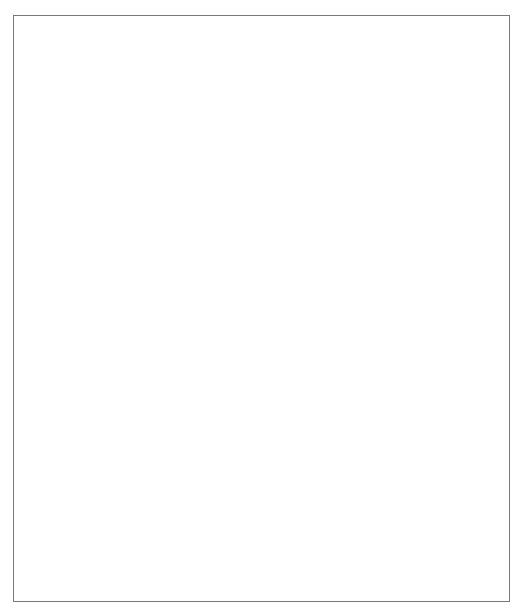
<source format=gm1>
%TF.GenerationSoftware,KiCad,Pcbnew,(5.1.6-0-10_14)*%
%TF.CreationDate,2020-09-10T14:26:16+09:00*%
%TF.ProjectId,qPCR-photo_mux_MPC506AU,71504352-2d70-4686-9f74-6f5f6d75785f,rev?*%
%TF.SameCoordinates,Original*%
%TF.FileFunction,Profile,NP*%
%FSLAX46Y46*%
G04 Gerber Fmt 4.6, Leading zero omitted, Abs format (unit mm)*
G04 Created by KiCad (PCBNEW (5.1.6-0-10_14)) date 2020-09-10 14:26:16*
%MOMM*%
%LPD*%
G01*
G04 APERTURE LIST*
%TA.AperFunction,Profile*%
%ADD10C,0.100000*%
%TD*%
G04 APERTURE END LIST*
D10*
X83000000Y-112000000D02*
X83000000Y-62440000D01*
X125000000Y-112000000D02*
X83000000Y-112000000D01*
X125000000Y-62440000D02*
X125000000Y-112000000D01*
X83000000Y-62440000D02*
X125000000Y-62440000D01*
M02*

</source>
